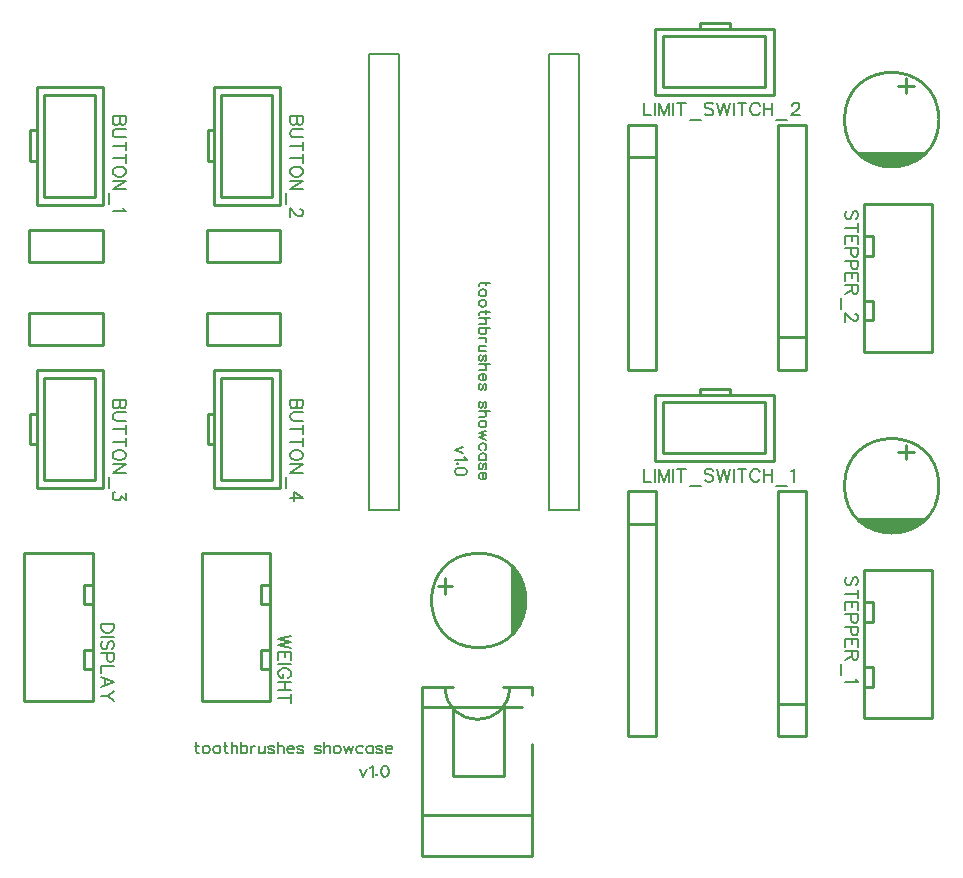
<source format=gto>
G04 Layer: TopSilkscreenLayer*
G04 EasyEDA v6.5.42, 2024-04-20 17:29:38*
G04 88c8a89ba0d84e72ac533820636c5c94,79741c9dc20a42bbb4667d943d95035a,10*
G04 Gerber Generator version 0.2*
G04 Scale: 100 percent, Rotated: No, Reflected: No *
G04 Dimensions in inches *
G04 leading zeros omitted , absolute positions ,3 integer and 6 decimal *
%FSLAX36Y36*%
%MOIN*%

%ADD10C,0.0080*%
%ADD11C,0.0060*%
%ADD12C,0.0100*%
%ADD13C,0.0080*%

%LPD*%
D10*
X1811340Y1766300D02*
G01*
X1780940Y1766300D01*
X1775540Y1764499D01*
X1773840Y1760900D01*
X1773840Y1757300D01*
X1798840Y1771599D02*
G01*
X1798840Y1759099D01*
X1798840Y1736599D02*
G01*
X1797039Y1740199D01*
X1793440Y1743699D01*
X1788140Y1745500D01*
X1784539Y1745500D01*
X1779139Y1743699D01*
X1775540Y1740199D01*
X1773840Y1736599D01*
X1773840Y1731199D01*
X1775540Y1727600D01*
X1779139Y1724000D01*
X1784539Y1722300D01*
X1788140Y1722300D01*
X1793440Y1724000D01*
X1797039Y1727600D01*
X1798840Y1731199D01*
X1798840Y1736599D01*
X1798840Y1701500D02*
G01*
X1797039Y1705100D01*
X1793440Y1708699D01*
X1788140Y1710399D01*
X1784539Y1710399D01*
X1779139Y1708699D01*
X1775540Y1705100D01*
X1773840Y1701500D01*
X1773840Y1696100D01*
X1775540Y1692600D01*
X1779139Y1689000D01*
X1784539Y1687199D01*
X1788140Y1687199D01*
X1793440Y1689000D01*
X1797039Y1692600D01*
X1798840Y1696100D01*
X1798840Y1701500D01*
X1811340Y1670000D02*
G01*
X1780940Y1670000D01*
X1775540Y1668200D01*
X1773840Y1664600D01*
X1773840Y1661100D01*
X1798840Y1675399D02*
G01*
X1798840Y1662800D01*
X1811340Y1649200D02*
G01*
X1773840Y1649200D01*
X1791739Y1649200D02*
G01*
X1797039Y1643899D01*
X1798840Y1640300D01*
X1798840Y1634899D01*
X1797039Y1631300D01*
X1791739Y1629600D01*
X1773840Y1629600D01*
X1811340Y1617699D02*
G01*
X1773840Y1617699D01*
X1793440Y1617699D02*
G01*
X1797039Y1614200D01*
X1798840Y1610599D01*
X1798840Y1605199D01*
X1797039Y1601599D01*
X1793440Y1598099D01*
X1788140Y1596300D01*
X1784539Y1596300D01*
X1779139Y1598099D01*
X1775540Y1601599D01*
X1773840Y1605199D01*
X1773840Y1610599D01*
X1775540Y1614200D01*
X1779139Y1617699D01*
X1798840Y1584499D02*
G01*
X1773840Y1584499D01*
X1788140Y1584499D02*
G01*
X1793440Y1582699D01*
X1797039Y1579099D01*
X1798840Y1575500D01*
X1798840Y1570100D01*
X1798840Y1558299D02*
G01*
X1780940Y1558299D01*
X1775540Y1556500D01*
X1773840Y1553000D01*
X1773840Y1547600D01*
X1775540Y1544000D01*
X1780940Y1538699D01*
X1798840Y1538699D02*
G01*
X1773840Y1538699D01*
X1793440Y1507199D02*
G01*
X1797039Y1508899D01*
X1798840Y1514299D01*
X1798840Y1519699D01*
X1797039Y1525100D01*
X1793440Y1526799D01*
X1789939Y1525100D01*
X1788140Y1521500D01*
X1786340Y1512500D01*
X1784539Y1508899D01*
X1780940Y1507199D01*
X1779139Y1507199D01*
X1775540Y1508899D01*
X1773840Y1514299D01*
X1773840Y1519699D01*
X1775540Y1525100D01*
X1779139Y1526799D01*
X1811340Y1495300D02*
G01*
X1773840Y1495300D01*
X1791739Y1495300D02*
G01*
X1797039Y1490000D01*
X1798840Y1486399D01*
X1798840Y1480999D01*
X1797039Y1477399D01*
X1791739Y1475700D01*
X1773840Y1475700D01*
X1788140Y1463800D02*
G01*
X1788140Y1442399D01*
X1791739Y1442399D01*
X1795240Y1444200D01*
X1797039Y1445999D01*
X1798840Y1449499D01*
X1798840Y1454899D01*
X1797039Y1458499D01*
X1793440Y1462100D01*
X1788140Y1463800D01*
X1784539Y1463800D01*
X1779139Y1462100D01*
X1775540Y1458499D01*
X1773840Y1454899D01*
X1773840Y1449499D01*
X1775540Y1445999D01*
X1779139Y1442399D01*
X1793440Y1410900D02*
G01*
X1797039Y1412699D01*
X1798840Y1418000D01*
X1798840Y1423400D01*
X1797039Y1428800D01*
X1793440Y1430599D01*
X1789939Y1428800D01*
X1788140Y1425199D01*
X1786340Y1416199D01*
X1784539Y1412699D01*
X1780940Y1410900D01*
X1779139Y1410900D01*
X1775540Y1412699D01*
X1773840Y1418000D01*
X1773840Y1423400D01*
X1775540Y1428800D01*
X1779139Y1430599D01*
X1793440Y1351799D02*
G01*
X1797039Y1353600D01*
X1798840Y1359000D01*
X1798840Y1364299D01*
X1797039Y1369699D01*
X1793440Y1371500D01*
X1789939Y1369699D01*
X1788140Y1366100D01*
X1786340Y1357199D01*
X1784539Y1353600D01*
X1780940Y1351799D01*
X1779139Y1351799D01*
X1775540Y1353600D01*
X1773840Y1359000D01*
X1773840Y1364299D01*
X1775540Y1369699D01*
X1779139Y1371500D01*
X1811340Y1340000D02*
G01*
X1773840Y1340000D01*
X1791739Y1340000D02*
G01*
X1797039Y1334600D01*
X1798840Y1331100D01*
X1798840Y1325700D01*
X1797039Y1322100D01*
X1791739Y1320300D01*
X1773840Y1320300D01*
X1798840Y1299600D02*
G01*
X1797039Y1303099D01*
X1793440Y1306700D01*
X1788140Y1308499D01*
X1784539Y1308499D01*
X1779139Y1306700D01*
X1775540Y1303099D01*
X1773840Y1299600D01*
X1773840Y1294200D01*
X1775540Y1290599D01*
X1779139Y1286999D01*
X1784539Y1285300D01*
X1788140Y1285300D01*
X1793440Y1286999D01*
X1797039Y1290599D01*
X1798840Y1294200D01*
X1798840Y1299600D01*
X1798840Y1273400D02*
G01*
X1773840Y1266300D01*
X1798840Y1259099D02*
G01*
X1773840Y1266300D01*
X1798840Y1259099D02*
G01*
X1773840Y1251999D01*
X1798840Y1244800D02*
G01*
X1773840Y1251999D01*
X1793440Y1211500D02*
G01*
X1797039Y1215100D01*
X1798840Y1218699D01*
X1798840Y1224000D01*
X1797039Y1227600D01*
X1793440Y1231199D01*
X1788140Y1233000D01*
X1784539Y1233000D01*
X1779139Y1231199D01*
X1775540Y1227600D01*
X1773840Y1224000D01*
X1773840Y1218699D01*
X1775540Y1215100D01*
X1779139Y1211500D01*
X1798840Y1178200D02*
G01*
X1773840Y1178200D01*
X1793440Y1178200D02*
G01*
X1797039Y1181799D01*
X1798840Y1185399D01*
X1798840Y1190799D01*
X1797039Y1194299D01*
X1793440Y1197899D01*
X1788140Y1199699D01*
X1784539Y1199699D01*
X1779139Y1197899D01*
X1775540Y1194299D01*
X1773840Y1190799D01*
X1773840Y1185399D01*
X1775540Y1181799D01*
X1779139Y1178200D01*
X1793440Y1146700D02*
G01*
X1797039Y1148499D01*
X1798840Y1153899D01*
X1798840Y1159299D01*
X1797039Y1164600D01*
X1793440Y1166399D01*
X1789939Y1164600D01*
X1788140Y1161100D01*
X1786340Y1152100D01*
X1784539Y1148499D01*
X1780940Y1146700D01*
X1779139Y1146700D01*
X1775540Y1148499D01*
X1773840Y1153899D01*
X1773840Y1159299D01*
X1775540Y1164600D01*
X1779139Y1166399D01*
X1788140Y1134899D02*
G01*
X1788140Y1113499D01*
X1791739Y1113499D01*
X1795240Y1115199D01*
X1797039Y1116999D01*
X1798840Y1120599D01*
X1798840Y1125999D01*
X1797039Y1129600D01*
X1793440Y1133099D01*
X1788140Y1134899D01*
X1784539Y1134899D01*
X1779139Y1133099D01*
X1775540Y1129600D01*
X1773840Y1125999D01*
X1773840Y1120599D01*
X1775540Y1116999D01*
X1779139Y1113499D01*
X1720129Y1220479D02*
G01*
X1695029Y1209780D01*
X1720129Y1198980D02*
G01*
X1695029Y1209780D01*
X1725429Y1187179D02*
G01*
X1727229Y1183580D01*
X1732629Y1178279D01*
X1695029Y1178279D01*
X1704030Y1164679D02*
G01*
X1702229Y1166379D01*
X1700429Y1164679D01*
X1702229Y1162880D01*
X1704030Y1164679D01*
X1732629Y1140279D02*
G01*
X1730829Y1145680D01*
X1725429Y1149279D01*
X1716530Y1151080D01*
X1711130Y1151080D01*
X1702229Y1149279D01*
X1696830Y1145680D01*
X1695029Y1140279D01*
X1695029Y1136680D01*
X1696830Y1131379D01*
X1702229Y1127779D01*
X1711130Y1125979D01*
X1716530Y1125979D01*
X1725429Y1127779D01*
X1730829Y1131379D01*
X1732629Y1136680D01*
X1732629Y1140279D01*
X1377939Y145329D02*
G01*
X1388639Y120230D01*
X1399440Y145329D02*
G01*
X1388639Y120230D01*
X1411239Y150630D02*
G01*
X1414840Y152429D01*
X1420140Y157829D01*
X1420140Y120230D01*
X1433739Y129229D02*
G01*
X1432039Y127429D01*
X1433739Y125630D01*
X1435540Y127429D01*
X1433739Y129229D01*
X1458140Y157829D02*
G01*
X1452740Y156030D01*
X1449139Y150630D01*
X1447340Y141729D01*
X1447340Y136329D01*
X1449139Y127429D01*
X1452740Y122029D01*
X1458140Y120230D01*
X1461739Y120230D01*
X1467039Y122029D01*
X1470640Y127429D01*
X1472439Y136329D01*
X1472439Y141729D01*
X1470640Y150630D01*
X1467039Y156030D01*
X1461739Y157829D01*
X1458140Y157829D01*
X832160Y236599D02*
G01*
X832160Y206199D01*
X833959Y200799D01*
X837460Y199000D01*
X841059Y199000D01*
X826760Y224099D02*
G01*
X839260Y224099D01*
X861859Y224099D02*
G01*
X858260Y222300D01*
X854660Y218699D01*
X852860Y213299D01*
X852860Y209699D01*
X854660Y204400D01*
X858260Y200799D01*
X861859Y199000D01*
X867259Y199000D01*
X870760Y200799D01*
X874359Y204400D01*
X876159Y209699D01*
X876159Y213299D01*
X874359Y218699D01*
X870760Y222300D01*
X867259Y224099D01*
X861859Y224099D01*
X896959Y224099D02*
G01*
X893360Y222300D01*
X889759Y218699D01*
X887960Y213299D01*
X887960Y209699D01*
X889759Y204400D01*
X893360Y200799D01*
X896959Y199000D01*
X902259Y199000D01*
X905860Y200799D01*
X909459Y204400D01*
X911260Y209699D01*
X911260Y213299D01*
X909459Y218699D01*
X905860Y222300D01*
X902259Y224099D01*
X896959Y224099D01*
X928459Y236599D02*
G01*
X928459Y206199D01*
X930159Y200799D01*
X933760Y199000D01*
X937359Y199000D01*
X923059Y224099D02*
G01*
X935559Y224099D01*
X949160Y236599D02*
G01*
X949160Y199000D01*
X949160Y216900D02*
G01*
X954560Y222300D01*
X958159Y224099D01*
X963459Y224099D01*
X967060Y222300D01*
X968860Y216900D01*
X968860Y199000D01*
X980659Y236599D02*
G01*
X980659Y199000D01*
X980659Y218699D02*
G01*
X984260Y222300D01*
X987860Y224099D01*
X993159Y224099D01*
X996760Y222300D01*
X1000360Y218699D01*
X1002160Y213299D01*
X1002160Y209699D01*
X1000360Y204400D01*
X996760Y200799D01*
X993159Y199000D01*
X987860Y199000D01*
X984260Y200799D01*
X980659Y204400D01*
X1013959Y224099D02*
G01*
X1013959Y199000D01*
X1013959Y213299D02*
G01*
X1015760Y218699D01*
X1019359Y222300D01*
X1022860Y224099D01*
X1028260Y224099D01*
X1040060Y224099D02*
G01*
X1040060Y206199D01*
X1041859Y200799D01*
X1045460Y199000D01*
X1050860Y199000D01*
X1054359Y200799D01*
X1059759Y206199D01*
X1059759Y224099D02*
G01*
X1059759Y199000D01*
X1091260Y218699D02*
G01*
X1089459Y222300D01*
X1084059Y224099D01*
X1078760Y224099D01*
X1073360Y222300D01*
X1071559Y218699D01*
X1073360Y215100D01*
X1076959Y213299D01*
X1085860Y211500D01*
X1089459Y209699D01*
X1091260Y206199D01*
X1091260Y204400D01*
X1089459Y200799D01*
X1084059Y199000D01*
X1078760Y199000D01*
X1073360Y200799D01*
X1071559Y204400D01*
X1103059Y236599D02*
G01*
X1103059Y199000D01*
X1103059Y216900D02*
G01*
X1108459Y222300D01*
X1112060Y224099D01*
X1117359Y224099D01*
X1120959Y222300D01*
X1122759Y216900D01*
X1122759Y199000D01*
X1134560Y213299D02*
G01*
X1156059Y213299D01*
X1156059Y216900D01*
X1154260Y220500D01*
X1152460Y222300D01*
X1148860Y224099D01*
X1143559Y224099D01*
X1139960Y222300D01*
X1136360Y218699D01*
X1134560Y213299D01*
X1134560Y209699D01*
X1136360Y204400D01*
X1139960Y200799D01*
X1143559Y199000D01*
X1148860Y199000D01*
X1152460Y200799D01*
X1156059Y204400D01*
X1187560Y218699D02*
G01*
X1185760Y222300D01*
X1180360Y224099D01*
X1175060Y224099D01*
X1169660Y222300D01*
X1167860Y218699D01*
X1169660Y215100D01*
X1173260Y213299D01*
X1182160Y211500D01*
X1185760Y209699D01*
X1187560Y206199D01*
X1187560Y204400D01*
X1185760Y200799D01*
X1180360Y199000D01*
X1175060Y199000D01*
X1169660Y200799D01*
X1167860Y204400D01*
X1246559Y218699D02*
G01*
X1244759Y222300D01*
X1239459Y224099D01*
X1234059Y224099D01*
X1228659Y222300D01*
X1226959Y218699D01*
X1228659Y215100D01*
X1232259Y213299D01*
X1241260Y211500D01*
X1244759Y209699D01*
X1246559Y206199D01*
X1246559Y204400D01*
X1244759Y200799D01*
X1239459Y199000D01*
X1234059Y199000D01*
X1228659Y200799D01*
X1226959Y204400D01*
X1258360Y236599D02*
G01*
X1258360Y199000D01*
X1258360Y216900D02*
G01*
X1263760Y222300D01*
X1267359Y224099D01*
X1272759Y224099D01*
X1276260Y222300D01*
X1278059Y216900D01*
X1278059Y199000D01*
X1298860Y224099D02*
G01*
X1295259Y222300D01*
X1291660Y218699D01*
X1289859Y213299D01*
X1289859Y209699D01*
X1291660Y204400D01*
X1295259Y200799D01*
X1298860Y199000D01*
X1304260Y199000D01*
X1307759Y200799D01*
X1311360Y204400D01*
X1313159Y209699D01*
X1313159Y213299D01*
X1311360Y218699D01*
X1307759Y222300D01*
X1304260Y224099D01*
X1298860Y224099D01*
X1324960Y224099D02*
G01*
X1332160Y199000D01*
X1339260Y224099D02*
G01*
X1332160Y199000D01*
X1339260Y224099D02*
G01*
X1346459Y199000D01*
X1353659Y224099D02*
G01*
X1346459Y199000D01*
X1386859Y218699D02*
G01*
X1383360Y222300D01*
X1379759Y224099D01*
X1374359Y224099D01*
X1370760Y222300D01*
X1367259Y218699D01*
X1365460Y213299D01*
X1365460Y209699D01*
X1367259Y204400D01*
X1370760Y200799D01*
X1374359Y199000D01*
X1379759Y199000D01*
X1383360Y200799D01*
X1386859Y204400D01*
X1420159Y224099D02*
G01*
X1420159Y199000D01*
X1420159Y218699D02*
G01*
X1416559Y222300D01*
X1413059Y224099D01*
X1407659Y224099D01*
X1404059Y222300D01*
X1400460Y218699D01*
X1398659Y213299D01*
X1398659Y209699D01*
X1400460Y204400D01*
X1404059Y200799D01*
X1407659Y199000D01*
X1413059Y199000D01*
X1416559Y200799D01*
X1420159Y204400D01*
X1451660Y218699D02*
G01*
X1449859Y222300D01*
X1444560Y224099D01*
X1439160Y224099D01*
X1433760Y222300D01*
X1431959Y218699D01*
X1433760Y215100D01*
X1437359Y213299D01*
X1446360Y211500D01*
X1449859Y209699D01*
X1451660Y206199D01*
X1451660Y204400D01*
X1449859Y200799D01*
X1444560Y199000D01*
X1439160Y199000D01*
X1433760Y200799D01*
X1431959Y204400D01*
X1463459Y213299D02*
G01*
X1484960Y213299D01*
X1484960Y216900D01*
X1483159Y220500D01*
X1481360Y222300D01*
X1477759Y224099D01*
X1472460Y224099D01*
X1468860Y222300D01*
X1465259Y218699D01*
X1463459Y213299D01*
X1463459Y209699D01*
X1465259Y204400D01*
X1468860Y200799D01*
X1472460Y199000D01*
X1477759Y199000D01*
X1481360Y200799D01*
X1484960Y204400D01*
D11*
X1187100Y2322860D02*
G01*
X1144200Y2322860D01*
X1187100Y2322860D02*
G01*
X1187100Y2304459D01*
X1185100Y2298260D01*
X1183000Y2296260D01*
X1178999Y2294160D01*
X1174899Y2294160D01*
X1170799Y2296260D01*
X1168699Y2298260D01*
X1166700Y2304459D01*
X1166700Y2322860D02*
G01*
X1166700Y2304459D01*
X1164600Y2298260D01*
X1162600Y2296260D01*
X1158500Y2294160D01*
X1152399Y2294160D01*
X1148299Y2296260D01*
X1146199Y2298260D01*
X1144200Y2304459D01*
X1144200Y2322860D01*
X1187100Y2280659D02*
G01*
X1156499Y2280659D01*
X1150299Y2278660D01*
X1146199Y2274560D01*
X1144200Y2268460D01*
X1144200Y2264360D01*
X1146199Y2258159D01*
X1150299Y2254059D01*
X1156499Y2252060D01*
X1187100Y2252060D01*
X1187100Y2224259D02*
G01*
X1144200Y2224259D01*
X1187100Y2238560D02*
G01*
X1187100Y2209960D01*
X1187100Y2182060D02*
G01*
X1144200Y2182060D01*
X1187100Y2196460D02*
G01*
X1187100Y2167759D01*
X1187100Y2142060D02*
G01*
X1185100Y2146060D01*
X1181000Y2150160D01*
X1176899Y2152260D01*
X1170799Y2154259D01*
X1160500Y2154259D01*
X1154399Y2152260D01*
X1150299Y2150160D01*
X1146199Y2146060D01*
X1144200Y2142060D01*
X1144200Y2133859D01*
X1146199Y2129760D01*
X1150299Y2125659D01*
X1154399Y2123560D01*
X1160500Y2121559D01*
X1170799Y2121559D01*
X1176899Y2123560D01*
X1181000Y2125659D01*
X1185100Y2129760D01*
X1187100Y2133859D01*
X1187100Y2142060D01*
X1187100Y2108060D02*
G01*
X1144200Y2108060D01*
X1187100Y2108060D02*
G01*
X1144200Y2079459D01*
X1187100Y2079459D02*
G01*
X1144200Y2079459D01*
X1129899Y2065960D02*
G01*
X1129899Y2029059D01*
X1176899Y2013560D02*
G01*
X1178999Y2013560D01*
X1183000Y2011559D01*
X1185100Y2009459D01*
X1187100Y2005360D01*
X1187100Y1997159D01*
X1185100Y1993060D01*
X1183000Y1991060D01*
X1178999Y1989059D01*
X1174899Y1989059D01*
X1170799Y1991060D01*
X1164600Y1995160D01*
X1144200Y2015560D01*
X1144200Y1986959D01*
X596630Y1377930D02*
G01*
X553629Y1377930D01*
X596630Y1377930D02*
G01*
X596630Y1359529D01*
X594529Y1353429D01*
X592530Y1351329D01*
X588429Y1349330D01*
X584329Y1349330D01*
X580230Y1351329D01*
X578130Y1353429D01*
X576129Y1359529D01*
X576129Y1377930D02*
G01*
X576129Y1359529D01*
X574130Y1353429D01*
X572029Y1351329D01*
X567930Y1349330D01*
X561829Y1349330D01*
X557730Y1351329D01*
X555630Y1353429D01*
X553629Y1359529D01*
X553629Y1377930D01*
X596630Y1335830D02*
G01*
X565929Y1335830D01*
X559729Y1333730D01*
X555630Y1329630D01*
X553629Y1323530D01*
X553629Y1319430D01*
X555630Y1313330D01*
X559729Y1309229D01*
X565929Y1307130D01*
X596630Y1307130D01*
X596630Y1279330D02*
G01*
X553629Y1279330D01*
X596630Y1293629D02*
G01*
X596630Y1265030D01*
X596630Y1237229D02*
G01*
X553629Y1237229D01*
X596630Y1251529D02*
G01*
X596630Y1222930D01*
X596630Y1197130D02*
G01*
X594529Y1201230D01*
X590430Y1205329D01*
X586329Y1207330D01*
X580230Y1209430D01*
X570030Y1209430D01*
X563829Y1207330D01*
X559729Y1205329D01*
X555630Y1201230D01*
X553629Y1197130D01*
X553629Y1188930D01*
X555630Y1184830D01*
X559729Y1180729D01*
X563829Y1178730D01*
X570030Y1176630D01*
X580230Y1176630D01*
X586329Y1178730D01*
X590430Y1180729D01*
X594529Y1184830D01*
X596630Y1188930D01*
X596630Y1197130D01*
X596630Y1163130D02*
G01*
X553629Y1163130D01*
X596630Y1163130D02*
G01*
X553629Y1134529D01*
X596630Y1134529D02*
G01*
X553629Y1134529D01*
X539329Y1121030D02*
G01*
X539329Y1084229D01*
X596630Y1066630D02*
G01*
X596630Y1044130D01*
X580230Y1056430D01*
X580230Y1050230D01*
X578130Y1046129D01*
X576129Y1044130D01*
X570030Y1042130D01*
X565929Y1042130D01*
X559729Y1044130D01*
X555630Y1048229D01*
X553629Y1054330D01*
X553629Y1060529D01*
X555630Y1066630D01*
X557730Y1068629D01*
X561829Y1070729D01*
X1187179Y1377979D02*
G01*
X1144179Y1377979D01*
X1187179Y1377979D02*
G01*
X1187179Y1359580D01*
X1185079Y1353380D01*
X1183080Y1351379D01*
X1178980Y1349279D01*
X1174880Y1349279D01*
X1170780Y1351379D01*
X1168680Y1353380D01*
X1166679Y1359580D01*
X1166679Y1377979D02*
G01*
X1166679Y1359580D01*
X1164679Y1353380D01*
X1162579Y1351379D01*
X1158479Y1349279D01*
X1152380Y1349279D01*
X1148280Y1351379D01*
X1146180Y1353380D01*
X1144179Y1359580D01*
X1144179Y1377979D01*
X1187179Y1335779D02*
G01*
X1156480Y1335779D01*
X1150280Y1333780D01*
X1146180Y1329679D01*
X1144179Y1323580D01*
X1144179Y1319479D01*
X1146180Y1313279D01*
X1150280Y1309180D01*
X1156480Y1307179D01*
X1187179Y1307179D01*
X1187179Y1279380D02*
G01*
X1144179Y1279380D01*
X1187179Y1293679D02*
G01*
X1187179Y1265079D01*
X1187179Y1237179D02*
G01*
X1144179Y1237179D01*
X1187179Y1251579D02*
G01*
X1187179Y1222880D01*
X1187179Y1197179D02*
G01*
X1185079Y1201179D01*
X1180979Y1205279D01*
X1176880Y1207379D01*
X1170780Y1209380D01*
X1160580Y1209380D01*
X1154380Y1207379D01*
X1150280Y1205279D01*
X1146180Y1201179D01*
X1144179Y1197179D01*
X1144179Y1188980D01*
X1146180Y1184879D01*
X1150280Y1180779D01*
X1154380Y1178679D01*
X1160580Y1176680D01*
X1170780Y1176680D01*
X1176880Y1178679D01*
X1180979Y1180779D01*
X1185079Y1184879D01*
X1187179Y1188980D01*
X1187179Y1197179D01*
X1187179Y1163180D02*
G01*
X1144179Y1163180D01*
X1187179Y1163180D02*
G01*
X1144179Y1134580D01*
X1187179Y1134580D02*
G01*
X1144179Y1134580D01*
X1129880Y1121080D02*
G01*
X1129880Y1084180D01*
X1187179Y1050279D02*
G01*
X1158479Y1070680D01*
X1158479Y1040079D01*
X1187179Y1050279D02*
G01*
X1144179Y1050279D01*
X557190Y629929D02*
G01*
X514290Y629929D01*
X557190Y629929D02*
G01*
X557190Y615630D01*
X555189Y609430D01*
X551089Y605329D01*
X546990Y603330D01*
X540889Y601329D01*
X530590Y601329D01*
X524490Y603330D01*
X520390Y605329D01*
X516289Y609430D01*
X514290Y615630D01*
X514290Y629929D01*
X557190Y587829D02*
G01*
X514290Y587829D01*
X551089Y545630D02*
G01*
X555189Y549729D01*
X557190Y555830D01*
X557190Y564029D01*
X555189Y570230D01*
X551089Y574329D01*
X546990Y574329D01*
X542890Y572229D01*
X540889Y570230D01*
X538789Y566129D01*
X534690Y553829D01*
X532689Y549729D01*
X530590Y547730D01*
X526489Y545630D01*
X520390Y545630D01*
X516289Y549729D01*
X514290Y555830D01*
X514290Y564029D01*
X516289Y570230D01*
X520390Y574329D01*
X557190Y532130D02*
G01*
X514290Y532130D01*
X557190Y532130D02*
G01*
X557190Y513730D01*
X555189Y507629D01*
X553090Y505529D01*
X548989Y503530D01*
X542890Y503530D01*
X538789Y505529D01*
X536790Y507629D01*
X534690Y513730D01*
X534690Y532130D01*
X557190Y490030D02*
G01*
X514290Y490030D01*
X514290Y490030D02*
G01*
X514290Y465430D01*
X557190Y435630D02*
G01*
X514290Y451930D01*
X557190Y435630D02*
G01*
X514290Y419229D01*
X528589Y445830D02*
G01*
X528589Y425329D01*
X557190Y405729D02*
G01*
X536790Y389329D01*
X514290Y389329D01*
X557190Y373029D02*
G01*
X536790Y389329D01*
X1147719Y590560D02*
G01*
X1104819Y580360D01*
X1147719Y570059D02*
G01*
X1104819Y580360D01*
X1147719Y570059D02*
G01*
X1104819Y559859D01*
X1147719Y549659D02*
G01*
X1104819Y559859D01*
X1147719Y536159D02*
G01*
X1104819Y536159D01*
X1147719Y536159D02*
G01*
X1147719Y509560D01*
X1127319Y536159D02*
G01*
X1127319Y519760D01*
X1104819Y536159D02*
G01*
X1104819Y509560D01*
X1147719Y496060D02*
G01*
X1104819Y496060D01*
X1137520Y451860D02*
G01*
X1141620Y453960D01*
X1145720Y457959D01*
X1147719Y462060D01*
X1147719Y470259D01*
X1145720Y474360D01*
X1141620Y478460D01*
X1137520Y480459D01*
X1131419Y482559D01*
X1121220Y482559D01*
X1115020Y480459D01*
X1110919Y478460D01*
X1106819Y474360D01*
X1104819Y470259D01*
X1104819Y462060D01*
X1106819Y457959D01*
X1110919Y453960D01*
X1115020Y451860D01*
X1121220Y451860D01*
X1121220Y462060D02*
G01*
X1121220Y451860D01*
X1147719Y438359D02*
G01*
X1104819Y438359D01*
X1147719Y409760D02*
G01*
X1104819Y409760D01*
X1127319Y438359D02*
G01*
X1127319Y409760D01*
X1147719Y381959D02*
G01*
X1104819Y381959D01*
X1147719Y396260D02*
G01*
X1147719Y367559D01*
X3031419Y758719D02*
G01*
X3035519Y762820D01*
X3037520Y769020D01*
X3037520Y777220D01*
X3035519Y783319D01*
X3031419Y787420D01*
X3027319Y787420D01*
X3023220Y785320D01*
X3021120Y783319D01*
X3019120Y779220D01*
X3015020Y766920D01*
X3013019Y762820D01*
X3010919Y760819D01*
X3006819Y758719D01*
X3000720Y758719D01*
X2996620Y762820D01*
X2994620Y769020D01*
X2994620Y777220D01*
X2996620Y783319D01*
X3000720Y787420D01*
X3037520Y730920D02*
G01*
X2994620Y730920D01*
X3037520Y745219D02*
G01*
X3037520Y716619D01*
X3037520Y703119D02*
G01*
X2994620Y703119D01*
X3037520Y703119D02*
G01*
X3037520Y676520D01*
X3017120Y703119D02*
G01*
X3017120Y686720D01*
X2994620Y703119D02*
G01*
X2994620Y676520D01*
X3037520Y663020D02*
G01*
X2994620Y663020D01*
X3037520Y663020D02*
G01*
X3037520Y644619D01*
X3035519Y638519D01*
X3033419Y636419D01*
X3029319Y634420D01*
X3023220Y634420D01*
X3019120Y636419D01*
X3017120Y638519D01*
X3015020Y644619D01*
X3015020Y663020D01*
X3037520Y620920D02*
G01*
X2994620Y620920D01*
X3037520Y620920D02*
G01*
X3037520Y602519D01*
X3035519Y596320D01*
X3033419Y594319D01*
X3029319Y592220D01*
X3023220Y592220D01*
X3019120Y594319D01*
X3017120Y596320D01*
X3015020Y602519D01*
X3015020Y620920D01*
X3037520Y578719D02*
G01*
X2994620Y578719D01*
X3037520Y578719D02*
G01*
X3037520Y552220D01*
X3017120Y578719D02*
G01*
X3017120Y562420D01*
X2994620Y578719D02*
G01*
X2994620Y552220D01*
X3037520Y538719D02*
G01*
X2994620Y538719D01*
X3037520Y538719D02*
G01*
X3037520Y520219D01*
X3035519Y514119D01*
X3033419Y512119D01*
X3029319Y510019D01*
X3025219Y510019D01*
X3021120Y512119D01*
X3019120Y514119D01*
X3017120Y520219D01*
X3017120Y538719D01*
X3017120Y524319D02*
G01*
X2994620Y510019D01*
X2980219Y496520D02*
G01*
X2980219Y459720D01*
X3029319Y446219D02*
G01*
X3031419Y442119D01*
X3037520Y436019D01*
X2994620Y436019D01*
X3031350Y1979189D02*
G01*
X3035450Y1983290D01*
X3037550Y1989490D01*
X3037550Y1997689D01*
X3035450Y2003789D01*
X3031350Y2007890D01*
X3027349Y2007890D01*
X3023249Y2005790D01*
X3021149Y2003789D01*
X3019149Y1999690D01*
X3015050Y1987390D01*
X3012950Y1983290D01*
X3010950Y1981289D01*
X3006850Y1979189D01*
X3000749Y1979189D01*
X2996649Y1983290D01*
X2994549Y1989490D01*
X2994549Y1997689D01*
X2996649Y2003789D01*
X3000749Y2007890D01*
X3037550Y1951390D02*
G01*
X2994549Y1951390D01*
X3037550Y1965689D02*
G01*
X3037550Y1937089D01*
X3037550Y1923589D02*
G01*
X2994549Y1923589D01*
X3037550Y1923589D02*
G01*
X3037550Y1896990D01*
X3017049Y1923589D02*
G01*
X3017049Y1907190D01*
X2994549Y1923589D02*
G01*
X2994549Y1896990D01*
X3037550Y1883490D02*
G01*
X2994549Y1883490D01*
X3037550Y1883490D02*
G01*
X3037550Y1865090D01*
X3035450Y1858989D01*
X3033450Y1856889D01*
X3029350Y1854890D01*
X3023249Y1854890D01*
X3019149Y1856889D01*
X3017049Y1858989D01*
X3015050Y1865090D01*
X3015050Y1883490D01*
X3037550Y1841390D02*
G01*
X2994549Y1841390D01*
X3037550Y1841390D02*
G01*
X3037550Y1822989D01*
X3035450Y1816790D01*
X3033450Y1814789D01*
X3029350Y1812689D01*
X3023249Y1812689D01*
X3019149Y1814789D01*
X3017049Y1816790D01*
X3015050Y1822989D01*
X3015050Y1841390D01*
X3037550Y1799189D02*
G01*
X2994549Y1799189D01*
X3037550Y1799189D02*
G01*
X3037550Y1772689D01*
X3017049Y1799189D02*
G01*
X3017049Y1782890D01*
X2994549Y1799189D02*
G01*
X2994549Y1772689D01*
X3037550Y1759189D02*
G01*
X2994549Y1759189D01*
X3037550Y1759189D02*
G01*
X3037550Y1740689D01*
X3035450Y1734589D01*
X3033450Y1732590D01*
X3029350Y1730489D01*
X3025249Y1730489D01*
X3021149Y1732590D01*
X3019149Y1734589D01*
X3017049Y1740689D01*
X3017049Y1759189D01*
X3017049Y1744789D02*
G01*
X2994549Y1730489D01*
X2980249Y1716990D02*
G01*
X2980249Y1680189D01*
X3027349Y1664690D02*
G01*
X3029350Y1664690D01*
X3033450Y1662590D01*
X3035450Y1660590D01*
X3037550Y1656489D01*
X3037550Y1648290D01*
X3035450Y1644189D01*
X3033450Y1642190D01*
X3029350Y1640090D01*
X3025249Y1640090D01*
X3021149Y1642190D01*
X3015050Y1646190D01*
X2994549Y1666689D01*
X2994549Y1638090D01*
X2322849Y1147750D02*
G01*
X2322849Y1104850D01*
X2322849Y1104850D02*
G01*
X2347349Y1104850D01*
X2360850Y1147750D02*
G01*
X2360850Y1104850D01*
X2374350Y1147750D02*
G01*
X2374350Y1104850D01*
X2374350Y1147750D02*
G01*
X2390749Y1104850D01*
X2407150Y1147750D02*
G01*
X2390749Y1104850D01*
X2407150Y1147750D02*
G01*
X2407150Y1104850D01*
X2420649Y1147750D02*
G01*
X2420649Y1104850D01*
X2448450Y1147750D02*
G01*
X2448450Y1104850D01*
X2434149Y1147750D02*
G01*
X2462749Y1147750D01*
X2476250Y1090450D02*
G01*
X2513050Y1090450D01*
X2555150Y1141649D02*
G01*
X2551149Y1145749D01*
X2544949Y1147750D01*
X2536750Y1147750D01*
X2530649Y1145749D01*
X2526549Y1141649D01*
X2526549Y1137550D01*
X2528649Y1133449D01*
X2530649Y1131449D01*
X2534750Y1129349D01*
X2547049Y1125250D01*
X2551149Y1123249D01*
X2553149Y1121149D01*
X2555150Y1117049D01*
X2555150Y1110949D01*
X2551149Y1106849D01*
X2544949Y1104850D01*
X2536750Y1104850D01*
X2530649Y1106849D01*
X2526549Y1110949D01*
X2568649Y1147750D02*
G01*
X2578950Y1104850D01*
X2589149Y1147750D02*
G01*
X2578950Y1104850D01*
X2589149Y1147750D02*
G01*
X2599350Y1104850D01*
X2609650Y1147750D02*
G01*
X2599350Y1104850D01*
X2623149Y1147750D02*
G01*
X2623149Y1104850D01*
X2650950Y1147750D02*
G01*
X2650950Y1104850D01*
X2636649Y1147750D02*
G01*
X2665249Y1147750D01*
X2709449Y1137550D02*
G01*
X2707349Y1141649D01*
X2703249Y1145749D01*
X2699149Y1147750D01*
X2691049Y1147750D01*
X2686949Y1145749D01*
X2682849Y1141649D01*
X2680749Y1137550D01*
X2678750Y1131449D01*
X2678750Y1121149D01*
X2680749Y1115050D01*
X2682849Y1110949D01*
X2686949Y1106849D01*
X2691049Y1104850D01*
X2699149Y1104850D01*
X2703249Y1106849D01*
X2707349Y1110949D01*
X2709449Y1115050D01*
X2722950Y1147750D02*
G01*
X2722950Y1104850D01*
X2751549Y1147750D02*
G01*
X2751549Y1104850D01*
X2722950Y1127350D02*
G01*
X2751549Y1127350D01*
X2765050Y1090450D02*
G01*
X2801850Y1090450D01*
X2815349Y1139549D02*
G01*
X2819449Y1141649D01*
X2825649Y1147750D01*
X2825649Y1104850D01*
X2322849Y2368249D02*
G01*
X2322849Y2325250D01*
X2322849Y2325250D02*
G01*
X2347349Y2325250D01*
X2360850Y2368249D02*
G01*
X2360850Y2325250D01*
X2374350Y2368249D02*
G01*
X2374350Y2325250D01*
X2374350Y2368249D02*
G01*
X2390749Y2325250D01*
X2407150Y2368249D02*
G01*
X2390749Y2325250D01*
X2407150Y2368249D02*
G01*
X2407150Y2325250D01*
X2420649Y2368249D02*
G01*
X2420649Y2325250D01*
X2448450Y2368249D02*
G01*
X2448450Y2325250D01*
X2434149Y2368249D02*
G01*
X2462749Y2368249D01*
X2476250Y2310949D02*
G01*
X2513050Y2310949D01*
X2555150Y2362150D02*
G01*
X2551149Y2366149D01*
X2544949Y2368249D01*
X2536750Y2368249D01*
X2530649Y2366149D01*
X2526549Y2362150D01*
X2526549Y2358049D01*
X2528649Y2353950D01*
X2530649Y2351849D01*
X2534750Y2349850D01*
X2547049Y2345749D01*
X2551149Y2343649D01*
X2553149Y2341649D01*
X2555150Y2337550D01*
X2555150Y2331450D01*
X2551149Y2327350D01*
X2544949Y2325250D01*
X2536750Y2325250D01*
X2530649Y2327350D01*
X2526549Y2331450D01*
X2568649Y2368249D02*
G01*
X2578950Y2325250D01*
X2589149Y2368249D02*
G01*
X2578950Y2325250D01*
X2589149Y2368249D02*
G01*
X2599350Y2325250D01*
X2609650Y2368249D02*
G01*
X2599350Y2325250D01*
X2623149Y2368249D02*
G01*
X2623149Y2325250D01*
X2650950Y2368249D02*
G01*
X2650950Y2325250D01*
X2636649Y2368249D02*
G01*
X2665249Y2368249D01*
X2709449Y2358049D02*
G01*
X2707349Y2362150D01*
X2703249Y2366149D01*
X2699149Y2368249D01*
X2691049Y2368249D01*
X2686949Y2366149D01*
X2682849Y2362150D01*
X2680749Y2358049D01*
X2678750Y2351849D01*
X2678750Y2341649D01*
X2680749Y2335549D01*
X2682849Y2331450D01*
X2686949Y2327350D01*
X2691049Y2325250D01*
X2699149Y2325250D01*
X2703249Y2327350D01*
X2707349Y2331450D01*
X2709449Y2335549D01*
X2722950Y2368249D02*
G01*
X2722950Y2325250D01*
X2751549Y2368249D02*
G01*
X2751549Y2325250D01*
X2722950Y2347750D02*
G01*
X2751549Y2347750D01*
X2765050Y2310949D02*
G01*
X2801850Y2310949D01*
X2817449Y2358049D02*
G01*
X2817449Y2360050D01*
X2819449Y2364149D01*
X2821549Y2366149D01*
X2825649Y2368249D01*
X2833750Y2368249D01*
X2837849Y2366149D01*
X2839949Y2364149D01*
X2841949Y2360050D01*
X2841949Y2355949D01*
X2839949Y2351849D01*
X2835850Y2345749D01*
X2815349Y2325250D01*
X2844049Y2325250D01*
X596550Y2322809D02*
G01*
X553649Y2322809D01*
X596550Y2322809D02*
G01*
X596550Y2304409D01*
X594549Y2298310D01*
X592449Y2296210D01*
X588449Y2294209D01*
X584349Y2294209D01*
X580250Y2296210D01*
X578150Y2298310D01*
X576149Y2304409D01*
X576149Y2322809D02*
G01*
X576149Y2304409D01*
X574050Y2298310D01*
X572049Y2296210D01*
X567950Y2294209D01*
X561849Y2294209D01*
X557750Y2296210D01*
X555650Y2298310D01*
X553649Y2304409D01*
X553649Y2322809D01*
X596550Y2280709D02*
G01*
X565949Y2280709D01*
X559749Y2278609D01*
X555650Y2274510D01*
X553649Y2268409D01*
X553649Y2264310D01*
X555650Y2258209D01*
X559749Y2254110D01*
X565949Y2252010D01*
X596550Y2252010D01*
X596550Y2224209D02*
G01*
X553649Y2224209D01*
X596550Y2238510D02*
G01*
X596550Y2209910D01*
X596550Y2182109D02*
G01*
X553649Y2182109D01*
X596550Y2196410D02*
G01*
X596550Y2167809D01*
X596550Y2142010D02*
G01*
X594549Y2146109D01*
X590450Y2150210D01*
X586350Y2152210D01*
X580250Y2154310D01*
X569949Y2154310D01*
X563850Y2152210D01*
X559749Y2150210D01*
X555650Y2146109D01*
X553649Y2142010D01*
X553649Y2133809D01*
X555650Y2129710D01*
X559749Y2125610D01*
X563850Y2123609D01*
X569949Y2121509D01*
X580250Y2121509D01*
X586350Y2123609D01*
X590450Y2125610D01*
X594549Y2129710D01*
X596550Y2133809D01*
X596550Y2142010D01*
X596550Y2108009D02*
G01*
X553649Y2108009D01*
X596550Y2108009D02*
G01*
X553649Y2079409D01*
X596550Y2079409D02*
G01*
X553649Y2079409D01*
X539349Y2065909D02*
G01*
X539349Y2029110D01*
X588449Y2015610D02*
G01*
X590450Y2011509D01*
X596550Y2005410D01*
X553649Y2005410D01*
G36*
X1879920Y826780D02*
G01*
X1879920Y590540D01*
X1884940Y596060D01*
X1889700Y601760D01*
X1894220Y607680D01*
X1896399Y610720D01*
X1900520Y616920D01*
X1904360Y623300D01*
X1907940Y629820D01*
X1911220Y636520D01*
X1914220Y643340D01*
X1916900Y650280D01*
X1918140Y653780D01*
X1920360Y660900D01*
X1922280Y668080D01*
X1923899Y675360D01*
X1925180Y682700D01*
X1926160Y690080D01*
X1926800Y697500D01*
X1927120Y704940D01*
X1927120Y712380D01*
X1926800Y719820D01*
X1926160Y727240D01*
X1925180Y734620D01*
X1923899Y741960D01*
X1922280Y749240D01*
X1920360Y756420D01*
X1918140Y763540D01*
X1915600Y770540D01*
X1912760Y777420D01*
X1909620Y784160D01*
X1906180Y790780D01*
X1902480Y797240D01*
X1898480Y803520D01*
X1896399Y806600D01*
X1892000Y812620D01*
X1887360Y818439D01*
X1882460Y824040D01*
G37*
G36*
X3031500Y984260D02*
G01*
X3037000Y979240D01*
X3042700Y974460D01*
X3048620Y969940D01*
X3054740Y965680D01*
X3061019Y961700D01*
X3067480Y957980D01*
X3074100Y954560D01*
X3080840Y951420D01*
X3087720Y948580D01*
X3094720Y946040D01*
X3101840Y943800D01*
X3109020Y941880D01*
X3116300Y940280D01*
X3123639Y938980D01*
X3131019Y938020D01*
X3138440Y937380D01*
X3145880Y937039D01*
X3153320Y937039D01*
X3160760Y937380D01*
X3168180Y938020D01*
X3175560Y938980D01*
X3182900Y940280D01*
X3190179Y941880D01*
X3197360Y943800D01*
X3204480Y946040D01*
X3211480Y948580D01*
X3218360Y951420D01*
X3225100Y954560D01*
X3231720Y957980D01*
X3238180Y961700D01*
X3244460Y965680D01*
X3250580Y969940D01*
X3256500Y974460D01*
X3262200Y979240D01*
X3267700Y984260D01*
G37*
G36*
X3031500Y2204720D02*
G01*
X3037000Y2199700D01*
X3042700Y2194940D01*
X3048620Y2190420D01*
X3051660Y2188240D01*
X3057860Y2184120D01*
X3064240Y2180280D01*
X3070760Y2176700D01*
X3077460Y2173420D01*
X3084280Y2170420D01*
X3091220Y2167740D01*
X3094720Y2166500D01*
X3101840Y2164280D01*
X3109020Y2162360D01*
X3116300Y2160740D01*
X3123639Y2159460D01*
X3131019Y2158480D01*
X3138440Y2157840D01*
X3145880Y2157520D01*
X3153320Y2157520D01*
X3160760Y2157840D01*
X3168180Y2158480D01*
X3175560Y2159460D01*
X3182900Y2160740D01*
X3190179Y2162360D01*
X3197360Y2164280D01*
X3204480Y2166500D01*
X3211480Y2169040D01*
X3218360Y2171880D01*
X3225100Y2175020D01*
X3231720Y2178460D01*
X3238180Y2182160D01*
X3244460Y2186160D01*
X3247540Y2188240D01*
X3253560Y2192640D01*
X3259380Y2197280D01*
X3264980Y2202180D01*
X3267700Y2204720D01*
G37*
D12*
X869250Y2276395D02*
G01*
X869250Y2174409D01*
X889762Y2174409D01*
X889762Y2276395D02*
G01*
X869250Y2276395D01*
X1110234Y2027559D02*
G01*
X889762Y2027559D01*
X1110234Y2421260D02*
G01*
X889762Y2421260D01*
X889762Y2027559D02*
G01*
X889762Y2421260D01*
X1110234Y2027559D02*
G01*
X1110234Y2421260D01*
X1084250Y2394405D02*
G01*
X1084250Y2054405D01*
X914250Y2054405D01*
X914250Y2394405D01*
X1084250Y2394405D01*
X278699Y1331516D02*
G01*
X278699Y1229529D01*
X299212Y1229529D01*
X299212Y1331516D02*
G01*
X278699Y1331516D01*
X519684Y1082680D02*
G01*
X299212Y1082680D01*
X519684Y1476379D02*
G01*
X299212Y1476379D01*
X299212Y1082680D02*
G01*
X299212Y1476379D01*
X519684Y1082680D02*
G01*
X519684Y1476379D01*
X493699Y1449524D02*
G01*
X493699Y1109524D01*
X323699Y1109524D01*
X323699Y1449524D01*
X493699Y1449524D01*
X869250Y1331516D02*
G01*
X869250Y1229529D01*
X889762Y1229529D01*
X889762Y1331516D02*
G01*
X869250Y1331516D01*
X1110234Y1082680D02*
G01*
X889762Y1082680D01*
X1110234Y1476379D02*
G01*
X889762Y1476379D01*
X889762Y1082680D02*
G01*
X889762Y1476379D01*
X1110234Y1082680D02*
G01*
X1110234Y1476379D01*
X1084250Y1449524D02*
G01*
X1084250Y1109524D01*
X914250Y1109524D01*
X914250Y1449524D01*
X1084250Y1449524D01*
X1685036Y755904D02*
G01*
X1636036Y755904D01*
X1660536Y729403D02*
G01*
X1660536Y782404D01*
X3196844Y1179133D02*
G01*
X3196844Y1228134D01*
X3170343Y1203634D02*
G01*
X3223343Y1203634D01*
X3196844Y2399603D02*
G01*
X3196844Y2448604D01*
X3170343Y2424104D02*
G01*
X3223343Y2424104D01*
X487202Y544792D02*
G01*
X456691Y544792D01*
X456691Y479319D01*
X485329Y479319D01*
X487202Y481192D01*
X487202Y760842D02*
G01*
X456691Y760842D01*
X456691Y695369D01*
X485329Y695369D01*
X487202Y697242D01*
X258859Y866143D02*
G01*
X487202Y866143D01*
X487202Y374016D01*
X258859Y374016D01*
X258859Y865749D01*
X259252Y866143D01*
X1077753Y544792D02*
G01*
X1047241Y544792D01*
X1047241Y479319D01*
X1075879Y479319D01*
X1077753Y481192D01*
X1077753Y760842D02*
G01*
X1047241Y760842D01*
X1047241Y695369D01*
X1075879Y695369D01*
X1077753Y697242D01*
X849408Y866143D02*
G01*
X1077753Y866143D01*
X1077753Y374016D01*
X849408Y374016D01*
X849408Y865749D01*
X849801Y866143D01*
X3056096Y637887D02*
G01*
X3086607Y637887D01*
X3086607Y703360D01*
X3057970Y703360D01*
X3056096Y701487D01*
X3056096Y421837D02*
G01*
X3086607Y421837D01*
X3086607Y487310D01*
X3057970Y487310D01*
X3056096Y485437D01*
X3284440Y316536D02*
G01*
X3056096Y316536D01*
X3056096Y808663D01*
X3284440Y808663D01*
X3284440Y316930D01*
X3284048Y316536D01*
X3056107Y1858357D02*
G01*
X3086617Y1858357D01*
X3086617Y1923831D01*
X3057981Y1923831D01*
X3056107Y1921957D01*
X3056107Y1642307D02*
G01*
X3086617Y1642307D01*
X3086617Y1707781D01*
X3057981Y1707781D01*
X3056107Y1705907D01*
X3284450Y1537006D02*
G01*
X3056107Y1537006D01*
X3056107Y2029133D01*
X3284450Y2029133D01*
X3284450Y1537399D01*
X3284058Y1537006D01*
X1585645Y-7361D02*
G01*
X1949818Y-7361D01*
X1686039Y354059D02*
G01*
X1585645Y354059D01*
X1857299Y135823D02*
G01*
X1857299Y354059D01*
X1686039Y135823D02*
G01*
X1686039Y354059D01*
X1686039Y354059D02*
G01*
X1916126Y354059D01*
X1686039Y419286D02*
G01*
X1689032Y419286D01*
X1636827Y419286D02*
G01*
X1686039Y419286D01*
X1686039Y135823D02*
G01*
X1686039Y122044D01*
X1857299Y122044D01*
X1857299Y135823D01*
X1949818Y392651D02*
G01*
X1949818Y419286D01*
X1854277Y419286D01*
X1636827Y419286D02*
G01*
X1585645Y419286D01*
X1585645Y-141736D01*
X1949818Y-141736D01*
X1949818Y229416D01*
X2362241Y964956D02*
G01*
X2272241Y964956D01*
X2364481Y1074405D02*
G01*
X2364481Y255506D01*
X2269992Y255506D01*
X2269992Y1074405D01*
X2364481Y1074405D01*
X2772240Y364960D02*
G01*
X2862240Y364960D01*
X2770000Y255509D02*
G01*
X2770000Y1074409D01*
X2864489Y1074409D01*
X2864489Y255509D01*
X2770000Y255509D01*
X2611036Y1414209D02*
G01*
X2509049Y1414209D01*
X2509049Y1393697D01*
X2611036Y1393697D02*
G01*
X2611036Y1414209D01*
X2362200Y1173225D02*
G01*
X2362200Y1393697D01*
X2755900Y1173225D02*
G01*
X2755900Y1393697D01*
X2362200Y1393697D02*
G01*
X2755900Y1393697D01*
X2362200Y1173225D02*
G01*
X2755900Y1173225D01*
X2729044Y1199209D02*
G01*
X2389044Y1199209D01*
X2389044Y1369209D01*
X2729044Y1369209D01*
X2729044Y1199209D01*
X2362236Y2185426D02*
G01*
X2272236Y2185426D01*
X2364476Y2294875D02*
G01*
X2364476Y1475976D01*
X2269985Y1475976D01*
X2269985Y2294875D01*
X2364476Y2294875D01*
X2772240Y1585430D02*
G01*
X2862240Y1585430D01*
X2770000Y1475979D02*
G01*
X2770000Y2294879D01*
X2864489Y2294879D01*
X2864489Y1475979D01*
X2770000Y1475979D01*
X2611036Y2634679D02*
G01*
X2509049Y2634679D01*
X2509049Y2614167D01*
X2611036Y2614167D02*
G01*
X2611036Y2634679D01*
X2362200Y2393696D02*
G01*
X2362200Y2614167D01*
X2755900Y2393696D02*
G01*
X2755900Y2614167D01*
X2362200Y2614167D02*
G01*
X2755900Y2614167D01*
X2362200Y2393696D02*
G01*
X2755900Y2393696D01*
X2729044Y2419679D02*
G01*
X2389044Y2419679D01*
X2389044Y2589679D01*
X2729044Y2589679D01*
X2729044Y2419679D01*
X278699Y2276395D02*
G01*
X278699Y2174409D01*
X299212Y2174409D01*
X299212Y2276395D02*
G01*
X278699Y2276395D01*
X519684Y2027559D02*
G01*
X299212Y2027559D01*
X519684Y2421260D02*
G01*
X299212Y2421260D01*
X299212Y2027559D02*
G01*
X299212Y2421260D01*
X519684Y2027559D02*
G01*
X519684Y2421260D01*
X493699Y2394405D02*
G01*
X493699Y2054405D01*
X323699Y2054405D01*
X323699Y2394405D01*
X493699Y2394405D01*
D10*
X1506689Y2446649D02*
G01*
X1506689Y2531649D01*
X1406689Y2531649D01*
X1406689Y1011649D01*
X1506689Y1011649D01*
X1506689Y1021649D01*
D13*
X1506689Y1021649D02*
G01*
X1506689Y2446649D01*
D10*
X2006689Y1096649D02*
G01*
X2006689Y1011649D01*
X2106689Y1011649D01*
X2106689Y2531649D01*
X2006689Y2531649D01*
X2006689Y2521649D01*
D13*
X2006689Y2521649D02*
G01*
X2006689Y1096649D01*
D12*
X275592Y1942908D02*
G01*
X519686Y1942910D01*
X275592Y1836610D02*
G01*
X519686Y1836610D01*
X519686Y1836610D02*
G01*
X519686Y1942910D01*
X275592Y1836610D02*
G01*
X275592Y1942908D01*
X1110236Y1836610D02*
G01*
X866143Y1836610D01*
X1110236Y1942908D02*
G01*
X866143Y1942910D01*
X866143Y1942908D02*
G01*
X866143Y1836610D01*
X1110236Y1942910D02*
G01*
X1110236Y1836610D01*
X519686Y1561021D02*
G01*
X275592Y1561019D01*
X519686Y1667319D02*
G01*
X275592Y1667319D01*
X275592Y1667319D02*
G01*
X275592Y1561019D01*
X519686Y1667319D02*
G01*
X519686Y1561021D01*
X866143Y1667319D02*
G01*
X1110236Y1667319D01*
X866143Y1561021D02*
G01*
X1110236Y1561019D01*
X1110236Y1561021D02*
G01*
X1110236Y1667319D01*
X866143Y1561019D02*
G01*
X866143Y1667319D01*
G75*
G01*
X1771750Y866160D02*
G03*
X1774550Y866160I1400J-157474D01*
G75*
G01*
X3307100Y1092420D02*
G03*
X3307100Y1089620I-157474J-1400D01*
G75*
G01*
X3307100Y2312890D02*
G03*
X3307100Y2310090I-157474J-1400D01*
G75*
G01*
X1661868Y419287D02*
G03*
X1875900Y419290I107016J2D01*
M02*

</source>
